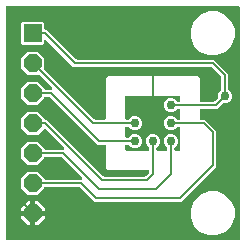
<source format=gbr>
G04 EAGLE Gerber RS-274X export*
G75*
%MOMM*%
%FSLAX34Y34*%
%LPD*%
%INBottom Copper*%
%IPPOS*%
%AMOC8*
5,1,8,0,0,1.08239X$1,22.5*%
G01*
%ADD10R,1.524000X1.524000*%
%ADD11P,1.649562X8X22.500000*%
%ADD12C,0.203200*%
%ADD13C,0.762000*%
%ADD14C,0.152400*%

G36*
X199702Y2549D02*
X199702Y2549D01*
X199760Y2547D01*
X199842Y2569D01*
X199926Y2581D01*
X199979Y2604D01*
X200035Y2619D01*
X200108Y2662D01*
X200185Y2697D01*
X200230Y2735D01*
X200280Y2764D01*
X200338Y2826D01*
X200402Y2880D01*
X200434Y2929D01*
X200474Y2972D01*
X200513Y3047D01*
X200560Y3117D01*
X200577Y3173D01*
X200604Y3225D01*
X200615Y3293D01*
X200645Y3388D01*
X200648Y3488D01*
X200659Y3556D01*
X200659Y199644D01*
X200651Y199702D01*
X200653Y199760D01*
X200631Y199842D01*
X200619Y199926D01*
X200596Y199979D01*
X200581Y200035D01*
X200538Y200108D01*
X200503Y200185D01*
X200465Y200230D01*
X200436Y200280D01*
X200374Y200338D01*
X200320Y200402D01*
X200271Y200434D01*
X200228Y200474D01*
X200153Y200513D01*
X200083Y200560D01*
X200027Y200577D01*
X199975Y200604D01*
X199907Y200615D01*
X199812Y200645D01*
X199712Y200648D01*
X199644Y200659D01*
X3556Y200659D01*
X3498Y200651D01*
X3440Y200653D01*
X3358Y200631D01*
X3274Y200619D01*
X3221Y200596D01*
X3165Y200581D01*
X3092Y200538D01*
X3015Y200503D01*
X2970Y200465D01*
X2920Y200436D01*
X2862Y200374D01*
X2798Y200320D01*
X2766Y200271D01*
X2726Y200228D01*
X2687Y200153D01*
X2640Y200083D01*
X2623Y200027D01*
X2596Y199975D01*
X2585Y199907D01*
X2555Y199812D01*
X2552Y199712D01*
X2541Y199644D01*
X2541Y3556D01*
X2549Y3498D01*
X2547Y3440D01*
X2569Y3358D01*
X2581Y3274D01*
X2604Y3221D01*
X2619Y3165D01*
X2662Y3092D01*
X2697Y3015D01*
X2735Y2970D01*
X2764Y2920D01*
X2826Y2862D01*
X2880Y2798D01*
X2929Y2766D01*
X2972Y2726D01*
X3047Y2687D01*
X3117Y2640D01*
X3173Y2623D01*
X3225Y2596D01*
X3293Y2585D01*
X3388Y2555D01*
X3488Y2552D01*
X3556Y2541D01*
X199644Y2541D01*
X199702Y2549D01*
G37*
%LPC*%
G36*
X77477Y35051D02*
X77477Y35051D01*
X65075Y47454D01*
X65005Y47506D01*
X64941Y47566D01*
X64891Y47592D01*
X64847Y47625D01*
X64766Y47656D01*
X64688Y47696D01*
X64640Y47704D01*
X64582Y47726D01*
X64434Y47738D01*
X64357Y47751D01*
X36068Y47751D01*
X36010Y47743D01*
X35952Y47745D01*
X35870Y47723D01*
X35786Y47711D01*
X35733Y47688D01*
X35677Y47673D01*
X35604Y47630D01*
X35527Y47595D01*
X35482Y47557D01*
X35432Y47528D01*
X35374Y47466D01*
X35310Y47412D01*
X35278Y47363D01*
X35238Y47320D01*
X35199Y47245D01*
X35152Y47175D01*
X35135Y47119D01*
X35108Y47067D01*
X35097Y46999D01*
X35067Y46904D01*
X35064Y46813D01*
X29398Y41147D01*
X21402Y41147D01*
X15747Y46802D01*
X15747Y54798D01*
X21402Y60453D01*
X29398Y60453D01*
X35061Y54791D01*
X35059Y54748D01*
X35081Y54666D01*
X35093Y54582D01*
X35116Y54529D01*
X35131Y54473D01*
X35174Y54400D01*
X35209Y54323D01*
X35247Y54278D01*
X35276Y54228D01*
X35338Y54170D01*
X35392Y54106D01*
X35441Y54074D01*
X35484Y54034D01*
X35559Y53995D01*
X35629Y53948D01*
X35685Y53931D01*
X35737Y53904D01*
X35805Y53893D01*
X35900Y53863D01*
X36000Y53860D01*
X36068Y53849D01*
X66389Y53849D01*
X66418Y53853D01*
X66447Y53850D01*
X66558Y53873D01*
X66670Y53889D01*
X66697Y53901D01*
X66726Y53906D01*
X66826Y53958D01*
X66930Y54005D01*
X66952Y54024D01*
X66978Y54037D01*
X67060Y54115D01*
X67147Y54188D01*
X67163Y54213D01*
X67184Y54233D01*
X67241Y54331D01*
X67304Y54425D01*
X67313Y54453D01*
X67328Y54478D01*
X67356Y54588D01*
X67390Y54696D01*
X67391Y54726D01*
X67398Y54754D01*
X67394Y54867D01*
X67397Y54980D01*
X67390Y55009D01*
X67389Y55038D01*
X67354Y55146D01*
X67325Y55255D01*
X67310Y55281D01*
X67301Y55309D01*
X67256Y55372D01*
X67180Y55500D01*
X67135Y55543D01*
X67107Y55582D01*
X49835Y72854D01*
X49765Y72906D01*
X49701Y72966D01*
X49651Y72992D01*
X49607Y73025D01*
X49526Y73056D01*
X49448Y73096D01*
X49400Y73104D01*
X49342Y73126D01*
X49194Y73138D01*
X49117Y73151D01*
X36068Y73151D01*
X36010Y73143D01*
X35952Y73145D01*
X35870Y73123D01*
X35786Y73111D01*
X35733Y73088D01*
X35677Y73073D01*
X35604Y73030D01*
X35527Y72995D01*
X35482Y72957D01*
X35432Y72928D01*
X35374Y72866D01*
X35310Y72812D01*
X35278Y72763D01*
X35238Y72720D01*
X35199Y72645D01*
X35152Y72575D01*
X35135Y72519D01*
X35108Y72467D01*
X35097Y72399D01*
X35067Y72304D01*
X35064Y72213D01*
X29398Y66547D01*
X21402Y66547D01*
X15747Y72202D01*
X15747Y80198D01*
X21402Y85853D01*
X29398Y85853D01*
X35061Y80191D01*
X35059Y80148D01*
X35081Y80066D01*
X35093Y79982D01*
X35116Y79929D01*
X35131Y79873D01*
X35174Y79800D01*
X35209Y79723D01*
X35247Y79678D01*
X35276Y79628D01*
X35338Y79570D01*
X35392Y79506D01*
X35441Y79474D01*
X35484Y79434D01*
X35559Y79395D01*
X35629Y79348D01*
X35685Y79331D01*
X35737Y79304D01*
X35805Y79293D01*
X35900Y79263D01*
X36000Y79260D01*
X36068Y79249D01*
X51149Y79249D01*
X51178Y79253D01*
X51207Y79250D01*
X51318Y79273D01*
X51430Y79289D01*
X51457Y79301D01*
X51486Y79306D01*
X51586Y79358D01*
X51690Y79405D01*
X51712Y79424D01*
X51738Y79437D01*
X51820Y79515D01*
X51907Y79588D01*
X51923Y79613D01*
X51944Y79633D01*
X52001Y79731D01*
X52064Y79825D01*
X52073Y79853D01*
X52088Y79878D01*
X52116Y79988D01*
X52150Y80096D01*
X52151Y80126D01*
X52158Y80154D01*
X52154Y80267D01*
X52157Y80380D01*
X52150Y80409D01*
X52149Y80438D01*
X52114Y80546D01*
X52085Y80655D01*
X52070Y80681D01*
X52061Y80709D01*
X52016Y80772D01*
X51940Y80900D01*
X51895Y80943D01*
X51867Y80982D01*
X35868Y96981D01*
X35821Y97016D01*
X35781Y97058D01*
X35708Y97101D01*
X35640Y97152D01*
X35586Y97173D01*
X35535Y97202D01*
X35454Y97223D01*
X35375Y97253D01*
X35316Y97258D01*
X35260Y97272D01*
X35176Y97270D01*
X35091Y97277D01*
X35034Y97265D01*
X34976Y97263D01*
X34895Y97237D01*
X34813Y97221D01*
X34761Y97194D01*
X34705Y97176D01*
X34649Y97136D01*
X34560Y97090D01*
X34488Y97021D01*
X34432Y96981D01*
X29398Y91947D01*
X21402Y91947D01*
X15747Y97602D01*
X15747Y105598D01*
X21402Y111253D01*
X29398Y111253D01*
X35061Y105591D01*
X35059Y105548D01*
X35081Y105466D01*
X35093Y105382D01*
X35116Y105329D01*
X35131Y105273D01*
X35174Y105200D01*
X35209Y105123D01*
X35247Y105078D01*
X35276Y105028D01*
X35338Y104970D01*
X35392Y104906D01*
X35441Y104874D01*
X35484Y104834D01*
X35559Y104795D01*
X35629Y104748D01*
X35685Y104731D01*
X35737Y104704D01*
X35805Y104693D01*
X35900Y104663D01*
X36000Y104660D01*
X36068Y104649D01*
X36823Y104649D01*
X84785Y56686D01*
X84855Y56634D01*
X84919Y56574D01*
X84969Y56548D01*
X85013Y56515D01*
X85094Y56484D01*
X85172Y56444D01*
X85220Y56436D01*
X85278Y56414D01*
X85426Y56402D01*
X85503Y56389D01*
X120237Y56389D01*
X120323Y56401D01*
X120411Y56404D01*
X120463Y56421D01*
X120518Y56429D01*
X120598Y56464D01*
X120681Y56491D01*
X120720Y56519D01*
X120778Y56545D01*
X120891Y56641D01*
X120955Y56686D01*
X123654Y59385D01*
X123706Y59455D01*
X123766Y59519D01*
X123792Y59569D01*
X123825Y59613D01*
X123856Y59694D01*
X123896Y59772D01*
X123904Y59820D01*
X123926Y59878D01*
X123938Y60026D01*
X123951Y60103D01*
X123951Y61088D01*
X123943Y61146D01*
X123945Y61204D01*
X123923Y61286D01*
X123911Y61370D01*
X123888Y61423D01*
X123873Y61479D01*
X123830Y61552D01*
X123795Y61629D01*
X123757Y61674D01*
X123728Y61724D01*
X123666Y61782D01*
X123612Y61846D01*
X123563Y61878D01*
X123520Y61918D01*
X123445Y61957D01*
X123375Y62004D01*
X123319Y62021D01*
X123267Y62048D01*
X123199Y62059D01*
X123104Y62089D01*
X123004Y62092D01*
X122936Y62103D01*
X102864Y62103D01*
X102856Y62102D01*
X88694Y62102D01*
X87502Y63294D01*
X87502Y77458D01*
X87503Y77464D01*
X87503Y82296D01*
X87495Y82354D01*
X87497Y82412D01*
X87475Y82494D01*
X87463Y82578D01*
X87440Y82631D01*
X87425Y82687D01*
X87382Y82760D01*
X87347Y82837D01*
X87309Y82882D01*
X87280Y82932D01*
X87218Y82990D01*
X87164Y83054D01*
X87115Y83086D01*
X87072Y83126D01*
X86997Y83165D01*
X86927Y83212D01*
X86871Y83229D01*
X86819Y83256D01*
X86751Y83267D01*
X86656Y83297D01*
X86556Y83300D01*
X86488Y83311D01*
X80017Y83311D01*
X39675Y123654D01*
X39605Y123706D01*
X39541Y123766D01*
X39491Y123792D01*
X39447Y123825D01*
X39366Y123856D01*
X39288Y123896D01*
X39240Y123904D01*
X39182Y123926D01*
X39034Y123938D01*
X38957Y123951D01*
X36068Y123951D01*
X36010Y123943D01*
X35952Y123945D01*
X35870Y123923D01*
X35786Y123911D01*
X35733Y123888D01*
X35677Y123873D01*
X35604Y123830D01*
X35527Y123795D01*
X35482Y123757D01*
X35432Y123728D01*
X35374Y123666D01*
X35310Y123612D01*
X35278Y123563D01*
X35238Y123520D01*
X35199Y123445D01*
X35152Y123375D01*
X35135Y123319D01*
X35108Y123267D01*
X35097Y123199D01*
X35067Y123104D01*
X35064Y123013D01*
X29398Y117347D01*
X21402Y117347D01*
X15747Y123002D01*
X15747Y130998D01*
X21402Y136653D01*
X29398Y136653D01*
X35061Y130991D01*
X35059Y130948D01*
X35081Y130866D01*
X35093Y130782D01*
X35116Y130729D01*
X35131Y130673D01*
X35174Y130600D01*
X35209Y130523D01*
X35247Y130478D01*
X35276Y130428D01*
X35338Y130370D01*
X35392Y130306D01*
X35441Y130274D01*
X35484Y130234D01*
X35559Y130195D01*
X35629Y130148D01*
X35685Y130131D01*
X35737Y130104D01*
X35805Y130093D01*
X35900Y130063D01*
X36000Y130060D01*
X36068Y130049D01*
X40989Y130049D01*
X41018Y130053D01*
X41047Y130050D01*
X41158Y130073D01*
X41270Y130089D01*
X41297Y130101D01*
X41326Y130106D01*
X41426Y130158D01*
X41530Y130205D01*
X41552Y130224D01*
X41578Y130237D01*
X41660Y130315D01*
X41747Y130388D01*
X41763Y130413D01*
X41784Y130433D01*
X41841Y130531D01*
X41904Y130625D01*
X41913Y130653D01*
X41928Y130678D01*
X41956Y130788D01*
X41990Y130896D01*
X41991Y130926D01*
X41998Y130954D01*
X41994Y131067D01*
X41997Y131180D01*
X41990Y131209D01*
X41989Y131238D01*
X41954Y131346D01*
X41925Y131455D01*
X41910Y131481D01*
X41901Y131509D01*
X41856Y131572D01*
X41780Y131700D01*
X41735Y131743D01*
X41707Y131782D01*
X30788Y142701D01*
X30741Y142736D01*
X30701Y142778D01*
X30628Y142821D01*
X30560Y142872D01*
X30506Y142893D01*
X30455Y142922D01*
X30374Y142943D01*
X30295Y142973D01*
X30237Y142978D01*
X30180Y142992D01*
X30095Y142990D01*
X30011Y142997D01*
X29954Y142985D01*
X29896Y142983D01*
X29815Y142957D01*
X29733Y142941D01*
X29681Y142914D01*
X29625Y142896D01*
X29569Y142856D01*
X29480Y142810D01*
X29415Y142747D01*
X21402Y142747D01*
X15747Y148402D01*
X15747Y156398D01*
X21402Y162053D01*
X29398Y162053D01*
X35053Y156398D01*
X35053Y148391D01*
X35022Y148361D01*
X34979Y148288D01*
X34928Y148221D01*
X34907Y148166D01*
X34878Y148116D01*
X34857Y148034D01*
X34827Y147955D01*
X34822Y147897D01*
X34808Y147840D01*
X34810Y147756D01*
X34803Y147672D01*
X34815Y147615D01*
X34817Y147556D01*
X34843Y147476D01*
X34859Y147393D01*
X34886Y147342D01*
X34889Y147330D01*
X34891Y147327D01*
X34904Y147286D01*
X34944Y147230D01*
X34990Y147141D01*
X35020Y147110D01*
X35034Y147086D01*
X35072Y147050D01*
X35099Y147012D01*
X77165Y104946D01*
X77235Y104894D01*
X77299Y104834D01*
X77349Y104808D01*
X77393Y104775D01*
X77474Y104744D01*
X77552Y104704D01*
X77600Y104696D01*
X77658Y104674D01*
X77806Y104662D01*
X77883Y104649D01*
X86488Y104649D01*
X86546Y104657D01*
X86604Y104655D01*
X86686Y104677D01*
X86770Y104689D01*
X86823Y104712D01*
X86879Y104727D01*
X86952Y104770D01*
X87029Y104805D01*
X87074Y104843D01*
X87124Y104872D01*
X87182Y104934D01*
X87246Y104988D01*
X87278Y105037D01*
X87318Y105080D01*
X87357Y105155D01*
X87404Y105225D01*
X87421Y105281D01*
X87448Y105333D01*
X87459Y105401D01*
X87489Y105496D01*
X87492Y105596D01*
X87503Y105664D01*
X87503Y125737D01*
X87502Y125745D01*
X87502Y139907D01*
X88693Y141098D01*
X165307Y141098D01*
X166498Y139907D01*
X166498Y120904D01*
X166506Y120846D01*
X166504Y120788D01*
X166526Y120706D01*
X166538Y120622D01*
X166561Y120569D01*
X166576Y120513D01*
X166619Y120440D01*
X166654Y120363D01*
X166692Y120318D01*
X166721Y120268D01*
X166783Y120210D01*
X166837Y120146D01*
X166886Y120114D01*
X166929Y120074D01*
X167004Y120035D01*
X167074Y119988D01*
X167130Y119971D01*
X167182Y119944D01*
X167250Y119933D01*
X167345Y119903D01*
X167445Y119900D01*
X167513Y119889D01*
X178657Y119889D01*
X178743Y119901D01*
X178831Y119904D01*
X178883Y119921D01*
X178938Y119929D01*
X179018Y119964D01*
X179101Y119991D01*
X179140Y120019D01*
X179198Y120045D01*
X179311Y120141D01*
X179375Y120186D01*
X181820Y122631D01*
X181850Y122672D01*
X181860Y122680D01*
X181878Y122708D01*
X181932Y122765D01*
X181958Y122815D01*
X181991Y122859D01*
X182007Y122900D01*
X182018Y122917D01*
X182030Y122956D01*
X182062Y123018D01*
X182070Y123066D01*
X182092Y123124D01*
X182095Y123162D01*
X182103Y123188D01*
X182106Y123280D01*
X182117Y123349D01*
X182117Y125622D01*
X183007Y127770D01*
X184614Y129377D01*
X184666Y129447D01*
X184726Y129510D01*
X184752Y129560D01*
X184785Y129604D01*
X184816Y129686D01*
X184856Y129764D01*
X184864Y129811D01*
X184886Y129870D01*
X184898Y130017D01*
X184911Y130095D01*
X184911Y140557D01*
X184899Y140643D01*
X184896Y140731D01*
X184879Y140783D01*
X184871Y140838D01*
X184836Y140918D01*
X184809Y141001D01*
X184781Y141040D01*
X184755Y141098D01*
X184659Y141211D01*
X184614Y141275D01*
X176835Y149054D01*
X176765Y149106D01*
X176701Y149166D01*
X176651Y149192D01*
X176607Y149225D01*
X176526Y149256D01*
X176448Y149296D01*
X176400Y149304D01*
X176342Y149326D01*
X176194Y149338D01*
X176117Y149351D01*
X59697Y149351D01*
X36786Y172263D01*
X36762Y172280D01*
X36743Y172303D01*
X36649Y172365D01*
X36559Y172433D01*
X36531Y172444D01*
X36507Y172460D01*
X36399Y172494D01*
X36293Y172535D01*
X36264Y172537D01*
X36236Y172546D01*
X36122Y172549D01*
X36010Y172558D01*
X35981Y172553D01*
X35952Y172553D01*
X35842Y172525D01*
X35731Y172502D01*
X35705Y172489D01*
X35677Y172481D01*
X35579Y172424D01*
X35479Y172371D01*
X35457Y172351D01*
X35432Y172336D01*
X35355Y172254D01*
X35273Y172176D01*
X35258Y172150D01*
X35238Y172129D01*
X35186Y172028D01*
X35129Y171930D01*
X35122Y171902D01*
X35108Y171876D01*
X35095Y171798D01*
X35059Y171655D01*
X35061Y171592D01*
X35053Y171545D01*
X35053Y169338D01*
X33862Y168147D01*
X16938Y168147D01*
X15747Y169338D01*
X15747Y186262D01*
X16938Y187453D01*
X33862Y187453D01*
X35053Y186262D01*
X35053Y181864D01*
X35061Y181806D01*
X35059Y181748D01*
X35081Y181666D01*
X35093Y181582D01*
X35116Y181529D01*
X35131Y181473D01*
X35174Y181400D01*
X35209Y181323D01*
X35247Y181278D01*
X35276Y181228D01*
X35338Y181170D01*
X35392Y181106D01*
X35441Y181074D01*
X35484Y181034D01*
X35559Y180995D01*
X35629Y180948D01*
X35685Y180931D01*
X35737Y180904D01*
X35805Y180893D01*
X35900Y180863D01*
X36000Y180860D01*
X36068Y180849D01*
X36823Y180849D01*
X38906Y178766D01*
X38906Y178765D01*
X61925Y155746D01*
X61995Y155694D01*
X62059Y155634D01*
X62109Y155608D01*
X62153Y155575D01*
X62234Y155544D01*
X62312Y155504D01*
X62360Y155496D01*
X62418Y155474D01*
X62566Y155462D01*
X62643Y155449D01*
X179063Y155449D01*
X191009Y143503D01*
X191009Y130095D01*
X191021Y130008D01*
X191024Y129921D01*
X191041Y129868D01*
X191049Y129813D01*
X191084Y129733D01*
X191111Y129650D01*
X191139Y129611D01*
X191165Y129554D01*
X191261Y129441D01*
X191306Y129377D01*
X192913Y127770D01*
X193803Y125622D01*
X193803Y123298D01*
X192913Y121150D01*
X191270Y119507D01*
X189122Y118617D01*
X186849Y118617D01*
X186763Y118605D01*
X186675Y118602D01*
X186623Y118585D01*
X186568Y118577D01*
X186488Y118542D01*
X186405Y118515D01*
X186366Y118487D01*
X186308Y118461D01*
X186195Y118365D01*
X186131Y118320D01*
X181603Y113791D01*
X167513Y113791D01*
X167455Y113783D01*
X167397Y113785D01*
X167315Y113763D01*
X167231Y113751D01*
X167178Y113728D01*
X167122Y113713D01*
X167049Y113670D01*
X166972Y113635D01*
X166927Y113597D01*
X166877Y113568D01*
X166819Y113506D01*
X166755Y113452D01*
X166723Y113403D01*
X166683Y113360D01*
X166644Y113285D01*
X166597Y113215D01*
X166580Y113159D01*
X166553Y113107D01*
X166542Y113039D01*
X166512Y112944D01*
X166509Y112844D01*
X166498Y112776D01*
X166498Y105664D01*
X166506Y105606D01*
X166504Y105548D01*
X166526Y105466D01*
X166538Y105382D01*
X166561Y105329D01*
X166576Y105273D01*
X166619Y105200D01*
X166654Y105123D01*
X166692Y105078D01*
X166721Y105028D01*
X166783Y104970D01*
X166837Y104906D01*
X166886Y104874D01*
X166929Y104834D01*
X167004Y104795D01*
X167074Y104748D01*
X167130Y104731D01*
X167182Y104704D01*
X167250Y104693D01*
X167345Y104663D01*
X167445Y104660D01*
X167513Y104649D01*
X171443Y104649D01*
X180849Y95243D01*
X180849Y64777D01*
X151123Y35051D01*
X77477Y35051D01*
G37*
%LPD*%
G36*
X122994Y78241D02*
X122994Y78241D01*
X123052Y78239D01*
X123134Y78261D01*
X123218Y78273D01*
X123271Y78296D01*
X123327Y78311D01*
X123400Y78354D01*
X123477Y78389D01*
X123522Y78427D01*
X123572Y78456D01*
X123630Y78518D01*
X123694Y78572D01*
X123726Y78621D01*
X123766Y78664D01*
X123805Y78739D01*
X123852Y78809D01*
X123869Y78865D01*
X123896Y78917D01*
X123907Y78985D01*
X123937Y79080D01*
X123940Y79180D01*
X123951Y79248D01*
X123951Y80725D01*
X123943Y80782D01*
X123945Y80831D01*
X123938Y80858D01*
X123936Y80899D01*
X123919Y80952D01*
X123911Y81007D01*
X123881Y81075D01*
X123873Y81106D01*
X123865Y81119D01*
X123849Y81170D01*
X123821Y81209D01*
X123795Y81266D01*
X123737Y81335D01*
X123728Y81351D01*
X123709Y81369D01*
X123699Y81380D01*
X123654Y81443D01*
X122047Y83050D01*
X121157Y85198D01*
X121157Y87522D01*
X122047Y89670D01*
X123690Y91313D01*
X125838Y92203D01*
X128162Y92203D01*
X130310Y91313D01*
X131953Y89670D01*
X132843Y87522D01*
X132843Y85198D01*
X131953Y83050D01*
X130346Y81443D01*
X130307Y81391D01*
X130306Y81390D01*
X130303Y81386D01*
X130294Y81373D01*
X130234Y81310D01*
X130208Y81260D01*
X130175Y81216D01*
X130156Y81165D01*
X130148Y81154D01*
X130139Y81125D01*
X130104Y81056D01*
X130096Y81009D01*
X130074Y80950D01*
X130070Y80907D01*
X130063Y80883D01*
X130060Y80795D01*
X130049Y80725D01*
X130049Y79248D01*
X130057Y79190D01*
X130055Y79132D01*
X130077Y79050D01*
X130089Y78966D01*
X130112Y78913D01*
X130127Y78857D01*
X130170Y78784D01*
X130205Y78707D01*
X130243Y78662D01*
X130272Y78612D01*
X130334Y78554D01*
X130388Y78490D01*
X130437Y78458D01*
X130480Y78418D01*
X130555Y78379D01*
X130625Y78332D01*
X130681Y78315D01*
X130733Y78288D01*
X130801Y78277D01*
X130896Y78247D01*
X130996Y78244D01*
X131064Y78233D01*
X138176Y78233D01*
X138234Y78241D01*
X138292Y78239D01*
X138374Y78261D01*
X138458Y78273D01*
X138511Y78296D01*
X138567Y78311D01*
X138640Y78354D01*
X138717Y78389D01*
X138762Y78427D01*
X138812Y78456D01*
X138870Y78518D01*
X138934Y78572D01*
X138966Y78621D01*
X139006Y78664D01*
X139045Y78739D01*
X139092Y78809D01*
X139109Y78865D01*
X139136Y78917D01*
X139147Y78985D01*
X139177Y79080D01*
X139180Y79180D01*
X139191Y79248D01*
X139191Y80725D01*
X139183Y80782D01*
X139185Y80831D01*
X139178Y80858D01*
X139176Y80899D01*
X139159Y80952D01*
X139151Y81007D01*
X139121Y81075D01*
X139113Y81106D01*
X139105Y81119D01*
X139089Y81170D01*
X139061Y81209D01*
X139035Y81266D01*
X138977Y81335D01*
X138968Y81351D01*
X138949Y81369D01*
X138939Y81380D01*
X138894Y81443D01*
X137287Y83050D01*
X136397Y85198D01*
X136397Y87522D01*
X137287Y89670D01*
X138930Y91313D01*
X141078Y92203D01*
X143402Y92203D01*
X145550Y91313D01*
X147193Y89670D01*
X148083Y87522D01*
X148083Y85198D01*
X147193Y83050D01*
X145586Y81443D01*
X145547Y81391D01*
X145546Y81390D01*
X145543Y81386D01*
X145534Y81373D01*
X145474Y81310D01*
X145448Y81260D01*
X145415Y81216D01*
X145396Y81165D01*
X145388Y81154D01*
X145379Y81125D01*
X145344Y81056D01*
X145336Y81009D01*
X145314Y80950D01*
X145310Y80907D01*
X145303Y80883D01*
X145300Y80795D01*
X145289Y80725D01*
X145289Y79248D01*
X145297Y79190D01*
X145295Y79132D01*
X145317Y79050D01*
X145329Y78966D01*
X145352Y78913D01*
X145367Y78857D01*
X145410Y78784D01*
X145445Y78707D01*
X145483Y78662D01*
X145512Y78612D01*
X145574Y78554D01*
X145628Y78490D01*
X145677Y78458D01*
X145720Y78418D01*
X145795Y78379D01*
X145865Y78332D01*
X145921Y78315D01*
X145973Y78288D01*
X146041Y78277D01*
X146136Y78247D01*
X146236Y78244D01*
X146304Y78233D01*
X149353Y78233D01*
X149411Y78241D01*
X149469Y78239D01*
X149551Y78261D01*
X149635Y78273D01*
X149688Y78296D01*
X149744Y78311D01*
X149817Y78354D01*
X149894Y78389D01*
X149939Y78427D01*
X149989Y78456D01*
X150047Y78518D01*
X150111Y78572D01*
X150143Y78621D01*
X150183Y78664D01*
X150222Y78739D01*
X150269Y78809D01*
X150286Y78865D01*
X150313Y78917D01*
X150324Y78985D01*
X150354Y79080D01*
X150357Y79180D01*
X150368Y79248D01*
X150368Y97536D01*
X150360Y97594D01*
X150362Y97652D01*
X150340Y97734D01*
X150328Y97818D01*
X150305Y97871D01*
X150290Y97927D01*
X150247Y98000D01*
X150212Y98077D01*
X150174Y98122D01*
X150145Y98172D01*
X150083Y98230D01*
X150029Y98294D01*
X149980Y98326D01*
X149937Y98366D01*
X149862Y98405D01*
X149792Y98452D01*
X149736Y98469D01*
X149684Y98496D01*
X149616Y98507D01*
X149521Y98537D01*
X149421Y98540D01*
X149353Y98551D01*
X147875Y98551D01*
X147788Y98539D01*
X147701Y98536D01*
X147648Y98519D01*
X147593Y98511D01*
X147513Y98476D01*
X147430Y98449D01*
X147391Y98421D01*
X147334Y98395D01*
X147220Y98299D01*
X147157Y98254D01*
X145550Y96647D01*
X143402Y95757D01*
X141078Y95757D01*
X138930Y96647D01*
X137287Y98290D01*
X136397Y100438D01*
X136397Y102762D01*
X137287Y104910D01*
X138930Y106553D01*
X141078Y107443D01*
X143402Y107443D01*
X145550Y106553D01*
X147157Y104946D01*
X147227Y104894D01*
X147290Y104834D01*
X147340Y104808D01*
X147384Y104775D01*
X147466Y104744D01*
X147544Y104704D01*
X147591Y104696D01*
X147650Y104674D01*
X147797Y104662D01*
X147875Y104649D01*
X149353Y104649D01*
X149411Y104657D01*
X149469Y104655D01*
X149551Y104677D01*
X149635Y104689D01*
X149688Y104712D01*
X149744Y104727D01*
X149817Y104770D01*
X149894Y104805D01*
X149939Y104843D01*
X149989Y104872D01*
X150047Y104934D01*
X150111Y104988D01*
X150143Y105037D01*
X150183Y105080D01*
X150222Y105155D01*
X150269Y105225D01*
X150286Y105281D01*
X150313Y105333D01*
X150324Y105401D01*
X150354Y105496D01*
X150357Y105596D01*
X150368Y105664D01*
X150368Y112776D01*
X150360Y112834D01*
X150362Y112892D01*
X150340Y112974D01*
X150328Y113058D01*
X150305Y113111D01*
X150290Y113167D01*
X150247Y113240D01*
X150212Y113317D01*
X150174Y113362D01*
X150145Y113412D01*
X150083Y113470D01*
X150029Y113534D01*
X149980Y113566D01*
X149937Y113606D01*
X149862Y113645D01*
X149792Y113692D01*
X149736Y113709D01*
X149684Y113736D01*
X149616Y113747D01*
X149521Y113777D01*
X149421Y113780D01*
X149353Y113791D01*
X147875Y113791D01*
X147788Y113779D01*
X147701Y113776D01*
X147648Y113759D01*
X147593Y113751D01*
X147513Y113716D01*
X147430Y113689D01*
X147391Y113661D01*
X147334Y113635D01*
X147221Y113539D01*
X147157Y113494D01*
X145550Y111887D01*
X143402Y110997D01*
X141078Y110997D01*
X138930Y111887D01*
X137287Y113530D01*
X136397Y115678D01*
X136397Y118002D01*
X137287Y120150D01*
X138930Y121793D01*
X141078Y122683D01*
X143402Y122683D01*
X145550Y121793D01*
X147157Y120186D01*
X147227Y120134D01*
X147290Y120074D01*
X147340Y120048D01*
X147384Y120015D01*
X147466Y119984D01*
X147544Y119944D01*
X147591Y119936D01*
X147650Y119914D01*
X147797Y119902D01*
X147875Y119889D01*
X149353Y119889D01*
X149411Y119897D01*
X149469Y119895D01*
X149551Y119917D01*
X149635Y119929D01*
X149688Y119952D01*
X149744Y119967D01*
X149817Y120010D01*
X149894Y120045D01*
X149939Y120083D01*
X149989Y120112D01*
X150047Y120174D01*
X150111Y120228D01*
X150143Y120277D01*
X150183Y120320D01*
X150222Y120395D01*
X150269Y120465D01*
X150286Y120521D01*
X150313Y120573D01*
X150324Y120641D01*
X150354Y120736D01*
X150357Y120836D01*
X150368Y120904D01*
X150368Y123953D01*
X150360Y124011D01*
X150362Y124069D01*
X150340Y124151D01*
X150328Y124235D01*
X150305Y124288D01*
X150290Y124344D01*
X150247Y124417D01*
X150212Y124494D01*
X150174Y124539D01*
X150145Y124589D01*
X150083Y124647D01*
X150029Y124711D01*
X149980Y124743D01*
X149937Y124783D01*
X149862Y124822D01*
X149792Y124869D01*
X149736Y124886D01*
X149684Y124913D01*
X149616Y124924D01*
X149521Y124954D01*
X149421Y124957D01*
X149353Y124968D01*
X104648Y124968D01*
X104590Y124960D01*
X104532Y124962D01*
X104450Y124940D01*
X104366Y124928D01*
X104313Y124905D01*
X104257Y124890D01*
X104184Y124847D01*
X104107Y124812D01*
X104062Y124774D01*
X104012Y124745D01*
X103954Y124683D01*
X103890Y124629D01*
X103858Y124580D01*
X103818Y124537D01*
X103779Y124462D01*
X103732Y124392D01*
X103715Y124336D01*
X103688Y124284D01*
X103677Y124216D01*
X103647Y124121D01*
X103644Y124021D01*
X103633Y123953D01*
X103633Y105664D01*
X103641Y105606D01*
X103639Y105548D01*
X103661Y105466D01*
X103673Y105382D01*
X103696Y105329D01*
X103711Y105273D01*
X103754Y105200D01*
X103789Y105123D01*
X103827Y105078D01*
X103856Y105028D01*
X103918Y104970D01*
X103972Y104906D01*
X104021Y104874D01*
X104064Y104834D01*
X104139Y104795D01*
X104209Y104748D01*
X104265Y104731D01*
X104317Y104704D01*
X104385Y104693D01*
X104480Y104663D01*
X104580Y104660D01*
X104648Y104649D01*
X106125Y104649D01*
X106212Y104661D01*
X106299Y104664D01*
X106352Y104681D01*
X106407Y104689D01*
X106487Y104724D01*
X106570Y104751D01*
X106609Y104779D01*
X106666Y104805D01*
X106780Y104901D01*
X106843Y104946D01*
X108450Y106553D01*
X110598Y107443D01*
X112922Y107443D01*
X115070Y106553D01*
X116713Y104910D01*
X117603Y102762D01*
X117603Y100438D01*
X116713Y98290D01*
X115070Y96647D01*
X112922Y95757D01*
X110598Y95757D01*
X108450Y96647D01*
X106843Y98254D01*
X106773Y98306D01*
X106710Y98366D01*
X106660Y98392D01*
X106616Y98425D01*
X106534Y98456D01*
X106456Y98496D01*
X106409Y98504D01*
X106350Y98526D01*
X106203Y98538D01*
X106125Y98551D01*
X104648Y98551D01*
X104590Y98543D01*
X104532Y98545D01*
X104450Y98523D01*
X104366Y98511D01*
X104313Y98488D01*
X104257Y98473D01*
X104184Y98430D01*
X104107Y98395D01*
X104062Y98357D01*
X104012Y98328D01*
X103954Y98266D01*
X103890Y98212D01*
X103858Y98163D01*
X103818Y98120D01*
X103779Y98045D01*
X103732Y97975D01*
X103715Y97919D01*
X103688Y97867D01*
X103677Y97799D01*
X103647Y97704D01*
X103644Y97604D01*
X103633Y97536D01*
X103633Y90424D01*
X103641Y90366D01*
X103639Y90308D01*
X103661Y90226D01*
X103673Y90142D01*
X103696Y90089D01*
X103711Y90033D01*
X103754Y89960D01*
X103789Y89883D01*
X103827Y89838D01*
X103856Y89788D01*
X103918Y89730D01*
X103972Y89666D01*
X104021Y89634D01*
X104064Y89594D01*
X104139Y89555D01*
X104209Y89508D01*
X104265Y89491D01*
X104317Y89464D01*
X104385Y89453D01*
X104480Y89423D01*
X104580Y89420D01*
X104648Y89409D01*
X106125Y89409D01*
X106212Y89421D01*
X106299Y89424D01*
X106352Y89441D01*
X106407Y89449D01*
X106487Y89484D01*
X106570Y89511D01*
X106609Y89539D01*
X106666Y89565D01*
X106780Y89661D01*
X106843Y89706D01*
X108450Y91313D01*
X110598Y92203D01*
X112922Y92203D01*
X115070Y91313D01*
X116713Y89670D01*
X117603Y87522D01*
X117603Y85198D01*
X116713Y83050D01*
X115070Y81407D01*
X112922Y80517D01*
X110598Y80517D01*
X108450Y81407D01*
X106843Y83014D01*
X106773Y83066D01*
X106710Y83126D01*
X106660Y83152D01*
X106616Y83185D01*
X106534Y83216D01*
X106456Y83256D01*
X106409Y83264D01*
X106350Y83286D01*
X106203Y83298D01*
X106125Y83311D01*
X104648Y83311D01*
X104590Y83303D01*
X104532Y83305D01*
X104450Y83283D01*
X104366Y83271D01*
X104313Y83248D01*
X104257Y83233D01*
X104184Y83190D01*
X104107Y83155D01*
X104062Y83117D01*
X104012Y83088D01*
X103954Y83026D01*
X103890Y82972D01*
X103858Y82923D01*
X103818Y82880D01*
X103779Y82805D01*
X103732Y82735D01*
X103715Y82679D01*
X103688Y82627D01*
X103677Y82559D01*
X103647Y82464D01*
X103644Y82364D01*
X103633Y82296D01*
X103633Y79248D01*
X103641Y79190D01*
X103639Y79132D01*
X103661Y79050D01*
X103673Y78966D01*
X103696Y78913D01*
X103711Y78857D01*
X103754Y78784D01*
X103789Y78707D01*
X103827Y78662D01*
X103856Y78612D01*
X103918Y78554D01*
X103972Y78490D01*
X104021Y78458D01*
X104064Y78418D01*
X104139Y78379D01*
X104209Y78332D01*
X104265Y78315D01*
X104317Y78288D01*
X104385Y78277D01*
X104480Y78247D01*
X104580Y78244D01*
X104648Y78233D01*
X122936Y78233D01*
X122994Y78241D01*
G37*
%LPC*%
G36*
X174112Y159259D02*
X174112Y159259D01*
X167297Y162082D01*
X162082Y167297D01*
X159259Y174112D01*
X159259Y181488D01*
X162082Y188303D01*
X167297Y193518D01*
X174112Y196341D01*
X181488Y196341D01*
X188303Y193518D01*
X193518Y188303D01*
X196341Y181488D01*
X196341Y174112D01*
X193518Y167297D01*
X188303Y162082D01*
X181488Y159259D01*
X174112Y159259D01*
G37*
%LPD*%
%LPC*%
G36*
X174112Y6859D02*
X174112Y6859D01*
X167297Y9682D01*
X162082Y14897D01*
X159259Y21712D01*
X159259Y29088D01*
X162082Y35903D01*
X167297Y41118D01*
X174112Y43941D01*
X181488Y43941D01*
X188303Y41118D01*
X193518Y35903D01*
X196341Y29088D01*
X196341Y21712D01*
X193518Y14897D01*
X188303Y9682D01*
X181488Y6859D01*
X174112Y6859D01*
G37*
%LPD*%
%LPC*%
G36*
X27431Y27431D02*
X27431Y27431D01*
X27431Y35561D01*
X29609Y35561D01*
X35561Y29609D01*
X35561Y27431D01*
X27431Y27431D01*
G37*
%LPD*%
%LPC*%
G36*
X15239Y27431D02*
X15239Y27431D01*
X15239Y29609D01*
X21191Y35561D01*
X23369Y35561D01*
X23369Y27431D01*
X15239Y27431D01*
G37*
%LPD*%
%LPC*%
G36*
X27431Y15239D02*
X27431Y15239D01*
X27431Y23369D01*
X35561Y23369D01*
X35561Y21191D01*
X29609Y15239D01*
X27431Y15239D01*
G37*
%LPD*%
%LPC*%
G36*
X21191Y15239D02*
X21191Y15239D01*
X15239Y21191D01*
X15239Y23369D01*
X23369Y23369D01*
X23369Y15239D01*
X21191Y15239D01*
G37*
%LPD*%
%LPC*%
G36*
X25399Y25399D02*
X25399Y25399D01*
X25399Y25401D01*
X25401Y25401D01*
X25401Y25399D01*
X25399Y25399D01*
G37*
%LPD*%
D10*
X25400Y177800D03*
D11*
X25400Y152400D03*
X25400Y127000D03*
X25400Y101600D03*
X25400Y76200D03*
X25400Y50800D03*
X25400Y25400D03*
D12*
X25400Y76200D02*
X50800Y76200D01*
X81280Y45720D01*
X129540Y45720D01*
X142240Y58420D01*
X142240Y86360D01*
D13*
X142240Y86360D03*
D12*
X127000Y86360D02*
X127000Y58420D01*
X121920Y53340D01*
X83820Y53340D01*
X35560Y101600D01*
X25400Y101600D01*
D13*
X127000Y86360D03*
D14*
X124460Y144780D02*
X53340Y144780D01*
X124460Y144780D02*
X127000Y142240D01*
X53340Y144780D02*
X33020Y165100D01*
X15240Y165100D01*
X10160Y160020D01*
X10160Y40640D01*
X25400Y25400D01*
X127000Y116840D02*
X127000Y142240D01*
D13*
X111760Y116840D03*
X127000Y116840D03*
D12*
X142240Y116840D02*
X180340Y116840D01*
X187960Y124460D01*
X187960Y142240D01*
X177800Y152400D01*
X60960Y152400D01*
X35560Y177800D01*
X25400Y177800D01*
D13*
X142240Y116840D03*
X187960Y124460D03*
D12*
X66040Y50800D02*
X25400Y50800D01*
X66040Y50800D02*
X78740Y38100D01*
X149860Y38100D01*
X177800Y66040D01*
X177800Y93980D01*
X170180Y101600D01*
X142240Y101600D01*
D13*
X142240Y101600D03*
D12*
X111760Y86360D02*
X81280Y86360D01*
X40640Y127000D01*
X25400Y127000D01*
D13*
X111760Y86360D03*
D12*
X111760Y101600D02*
X76200Y101600D01*
X25400Y152400D01*
D13*
X111760Y101600D03*
M02*

</source>
